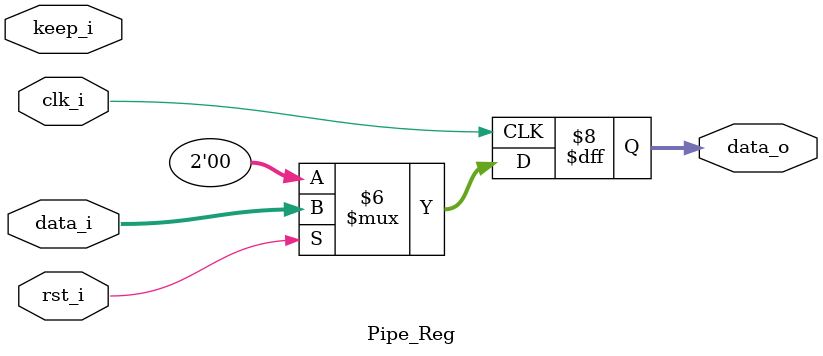
<source format=v>

module Pipe_Reg(
	clk_i,
	rst_i,
	keep_i,
	data_i,
	data_o
);

parameter size = 0;

input clk_i, rst_i, keep_i;
input [size-1:0] data_i;
output reg [size-1:0] data_o;

always @(posedge clk_i) begin
	if (~rst_i)
		data_o <= 0;
	else if (keep_i)
		data_o <= data_i;
	else
		data_o <= data_i;
end

endmodule

</source>
